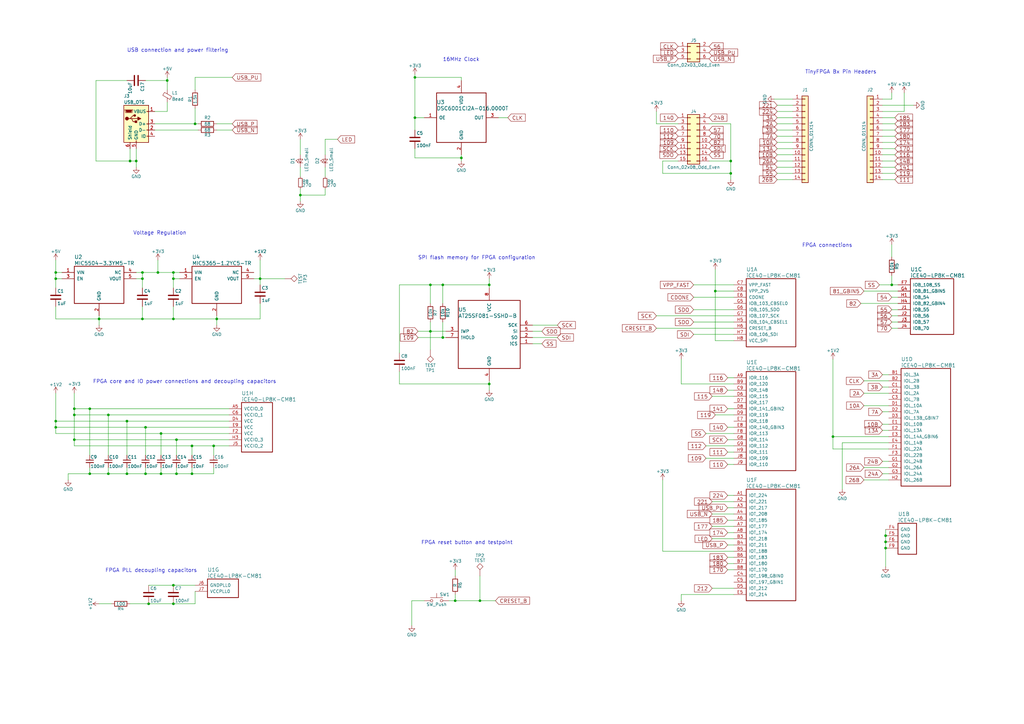
<source format=kicad_sch>
(kicad_sch (version 20230121) (generator eeschema)
  (paper "A3")
  (title_block (title "TinyFPGA Bx") (rev "v1.1") (company "TinyFPGA"))
  (junction (at 22.86 114.3))
  (junction (at 64.77 111.76))
  (junction (at 87.63 182.88))
  (junction (at 106.68 114.3))
  (junction (at 293.37 119.38))
  (junction (at 66.04 177.8))
  (junction (at 341.63 179.07))
  (junction (at 78.74 194.31))
  (junction (at 71.12 111.76))
  (junction (at 52.07 194.31))
  (junction (at 60.96 247.65))
  (junction (at 363.22 222.25))
  (junction (at 30.48 170.18))
  (junction (at 53.34 66.04))
  (junction (at 299.72 71.12))
  (junction (at 365.76 116.84))
  (junction (at 44.45 194.31))
  (junction (at 71.12 114.3))
  (junction (at 170.18 48.26))
  (junction (at 170.18 31.75))
  (junction (at 78.74 182.88))
  (junction (at 72.39 194.31))
  (junction (at 58.42 130.81))
  (junction (at 196.85 246.38))
  (junction (at 88.9 130.81))
  (junction (at 58.42 111.76))
  (junction (at 44.45 170.18))
  (junction (at 36.83 167.64))
  (junction (at 189.23 64.77))
  (junction (at 59.69 175.26))
  (junction (at 55.88 66.04))
  (junction (at 363.22 219.71))
  (junction (at 22.86 175.26))
  (junction (at 66.04 194.31))
  (junction (at 186.69 246.38))
  (junction (at 71.12 240.03))
  (junction (at 72.39 180.34))
  (junction (at 181.61 138.43))
  (junction (at 52.07 172.72))
  (junction (at 176.53 116.84))
  (junction (at 200.66 157.48))
  (junction (at 200.66 116.84))
  (junction (at 181.61 116.84))
  (junction (at 36.83 194.31))
  (junction (at 71.12 130.81))
  (junction (at 80.01 50.8))
  (junction (at 22.86 172.72))
  (junction (at 22.86 111.76))
  (junction (at 71.12 247.65))
  (junction (at 40.64 130.81))
  (junction (at 176.53 135.89))
  (junction (at 299.72 66.04))
  (junction (at 68.58 33.02))
  (junction (at 30.48 167.64))
  (junction (at 58.42 114.3))
  (junction (at 123.19 80.01))
  (junction (at 30.48 180.34))
  (junction (at 363.22 224.79))
  (junction (at 59.69 194.31))
  (wire (pts (xy 22.86 106.68) (xy 22.86 111.76)))
  (wire (pts (xy 354.33 156.21) (xy 364.49 156.21)))
  (wire (pts (xy 363.22 217.17) (xy 363.22 219.71)))
  (wire (pts (xy 58.42 130.81) (xy 71.12 130.81)))
  (wire (pts (xy 292.1 220.98) (xy 300.99 220.98)))
  (wire (pts (xy 55.88 111.76) (xy 58.42 111.76)))
  (wire (pts (xy 300.99 226.06) (xy 271.78 226.06)))
  (wire (pts (xy 22.86 114.3) (xy 25.4 114.3)))
  (wire (pts (xy 78.74 182.88) (xy 87.63 182.88)))
  (wire (pts (xy 298.45 233.68) (xy 300.99 233.68)))
  (wire (pts (xy 189.23 31.75) (xy 189.23 33.02)))
  (wire (pts (xy 170.18 30.48) (xy 170.18 31.75)))
  (wire (pts (xy 360.68 116.84) (xy 365.76 116.84)))
  (wire (pts (xy 284.48 137.16) (xy 300.99 137.16)))
  (wire (pts (xy 279.4 157.48) (xy 279.4 147.32)))
  (wire (pts (xy 80.01 44.45) (xy 80.01 50.8)))
  (wire (pts (xy 181.61 138.43) (xy 181.61 132.08)))
  (wire (pts (xy 173.99 48.26) (xy 170.18 48.26)))
  (wire (pts (xy 45.72 247.65) (xy 40.64 247.65)))
  (wire (pts (xy 133.35 57.15) (xy 138.43 57.15)))
  (wire (pts (xy 317.5 40.64) (xy 325.12 40.64)))
  (wire (pts (xy 298.45 190.5) (xy 300.99 190.5)))
  (wire (pts (xy 123.19 80.01) (xy 133.35 80.01)))
  (wire (pts (xy 176.53 116.84) (xy 163.83 116.84)))
  (wire (pts (xy 299.72 66.04) (xy 299.72 71.12)))
  (wire (pts (xy 133.35 63.5) (xy 133.35 57.15)))
  (wire (pts (xy 60.96 240.03) (xy 71.12 240.03)))
  (wire (pts (xy 269.24 50.8) (xy 269.24 45.72)))
  (wire (pts (xy 271.78 71.12) (xy 299.72 71.12)))
  (wire (pts (xy 170.18 31.75) (xy 170.18 48.26)))
  (wire (pts (xy 52.07 172.72) (xy 93.98 172.72)))
  (wire (pts (xy 318.77 73.66) (xy 325.12 73.66)))
  (wire (pts (xy 181.61 124.46) (xy 181.61 116.84)))
  (wire (pts (xy 186.69 233.68) (xy 186.69 236.22)))
  (wire (pts (xy 52.07 194.31) (xy 59.69 194.31)))
  (wire (pts (xy 325.12 71.12) (xy 318.77 71.12)))
  (wire (pts (xy 184.15 246.38) (xy 186.69 246.38)))
  (wire (pts (xy 300.99 218.44) (xy 298.45 218.44)))
  (wire (pts (xy 354.33 191.77) (xy 364.49 191.77)))
  (wire (pts (xy 36.83 167.64) (xy 93.98 167.64)))
  (wire (pts (xy 52.07 186.69) (xy 52.07 172.72)))
  (wire (pts (xy 365.76 100.33) (xy 365.76 105.41)))
  (wire (pts (xy 325.12 50.8) (xy 318.77 50.8)))
  (wire (pts (xy 365.76 113.03) (xy 365.76 116.84)))
  (wire (pts (xy 40.64 133.35) (xy 40.64 130.81)))
  (wire (pts (xy 53.34 247.65) (xy 60.96 247.65)))
  (wire (pts (xy 44.45 170.18) (xy 93.98 170.18)))
  (wire (pts (xy 361.95 43.18) (xy 374.65 43.18)))
  (wire (pts (xy 123.19 72.39) (xy 123.19 68.58)))
  (wire (pts (xy 133.35 72.39) (xy 133.35 68.58)))
  (wire (pts (xy 63.5 45.72) (xy 68.58 45.72)))
  (wire (pts (xy 299.72 50.8) (xy 299.72 66.04)))
  (wire (pts (xy 55.88 114.3) (xy 58.42 114.3)))
  (wire (pts (xy 44.45 194.31) (xy 44.45 191.77)))
  (wire (pts (xy 104.14 114.3) (xy 106.68 114.3)))
  (wire (pts (xy 204.47 48.26) (xy 208.28 48.26)))
  (wire (pts (xy 354.33 166.37) (xy 364.49 166.37)))
  (wire (pts (xy 55.88 60.96) (xy 55.88 66.04)))
  (wire (pts (xy 189.23 64.77) (xy 170.18 64.77)))
  (wire (pts (xy 271.78 66.04) (xy 271.78 71.12)))
  (wire (pts (xy 367.03 71.12) (xy 361.95 71.12)))
  (wire (pts (xy 363.22 219.71) (xy 363.22 222.25)))
  (wire (pts (xy 22.86 111.76) (xy 22.86 114.3)))
  (wire (pts (xy 364.49 181.61) (xy 345.44 181.61)))
  (wire (pts (xy 325.12 66.04) (xy 318.77 66.04)))
  (wire (pts (xy 71.12 130.81) (xy 71.12 125.73)))
  (wire (pts (xy 354.33 161.29) (xy 364.49 161.29)))
  (wire (pts (xy 88.9 129.54) (xy 88.9 130.81)))
  (wire (pts (xy 365.76 116.84) (xy 368.3 116.84)))
  (wire (pts (xy 80.01 36.83) (xy 80.01 31.75)))
  (wire (pts (xy 66.04 186.69) (xy 66.04 177.8)))
  (wire (pts (xy 365.76 40.64) (xy 365.76 38.1)))
  (wire (pts (xy 222.25 135.89) (xy 218.44 135.89)))
  (wire (pts (xy 200.66 116.84) (xy 200.66 114.3)))
  (wire (pts (xy 22.86 177.8) (xy 66.04 177.8)))
  (wire (pts (xy 30.48 170.18) (xy 44.45 170.18)))
  (wire (pts (xy 72.39 194.31) (xy 72.39 191.77)))
  (wire (pts (xy 71.12 247.65) (xy 80.01 247.65)))
  (wire (pts (xy 289.56 177.8) (xy 300.99 177.8)))
  (wire (pts (xy 367.03 66.04) (xy 361.95 66.04)))
  (wire (pts (xy 300.99 213.36) (xy 298.45 213.36)))
  (wire (pts (xy 189.23 31.75) (xy 170.18 31.75)))
  (wire (pts (xy 78.74 186.69) (xy 78.74 182.88)))
  (wire (pts (xy 300.99 243.84) (xy 279.4 243.84)))
  (wire (pts (xy 186.69 246.38) (xy 196.85 246.38)))
  (wire (pts (xy 365.76 121.92) (xy 368.3 121.92)))
  (wire (pts (xy 299.72 71.12) (xy 299.72 73.66)))
  (wire (pts (xy 365.76 127) (xy 368.3 127)))
  (wire (pts (xy 44.45 186.69) (xy 44.45 170.18)))
  (wire (pts (xy 300.99 180.34) (xy 298.45 180.34)))
  (wire (pts (xy 106.68 114.3) (xy 116.84 114.3)))
  (wire (pts (xy 278.13 50.8) (xy 269.24 50.8)))
  (wire (pts (xy 27.94 196.85) (xy 27.94 194.31)))
  (wire (pts (xy 72.39 186.69) (xy 72.39 180.34)))
  (wire (pts (xy 284.48 127) (xy 300.99 127)))
  (wire (pts (xy 22.86 172.72) (xy 22.86 175.26)))
  (wire (pts (xy 364.49 196.85) (xy 354.33 196.85)))
  (wire (pts (xy 59.69 194.31) (xy 59.69 191.77)))
  (wire (pts (xy 22.86 111.76) (xy 25.4 111.76)))
  (wire (pts (xy 88.9 53.34) (xy 95.25 53.34)))
  (wire (pts (xy 271.78 226.06) (xy 271.78 196.85)))
  (wire (pts (xy 181.61 116.84) (xy 176.53 116.84)))
  (wire (pts (xy 298.45 223.52) (xy 300.99 223.52)))
  (wire (pts (xy 293.37 119.38) (xy 300.99 119.38)))
  (wire (pts (xy 300.99 203.2) (xy 298.45 203.2)))
  (wire (pts (xy 300.99 129.54) (xy 269.24 129.54)))
  (wire (pts (xy 123.19 80.01) (xy 123.19 77.47)))
  (wire (pts (xy 30.48 167.64) (xy 36.83 167.64)))
  (wire (pts (xy 30.48 167.64) (xy 30.48 170.18)))
  (wire (pts (xy 30.48 161.29) (xy 30.48 167.64)))
  (wire (pts (xy 87.63 194.31) (xy 87.63 191.77)))
  (wire (pts (xy 284.48 132.08) (xy 300.99 132.08)))
  (wire (pts (xy 63.5 50.8) (xy 80.01 50.8)))
  (wire (pts (xy 68.58 36.83) (xy 68.58 33.02)))
  (wire (pts (xy 200.66 116.84) (xy 181.61 116.84)))
  (wire (pts (xy 22.86 175.26) (xy 59.69 175.26)))
  (wire (pts (xy 168.91 246.38) (xy 173.99 246.38)))
  (wire (pts (xy 361.95 53.34) (xy 367.03 53.34)))
  (wire (pts (xy 289.56 187.96) (xy 300.99 187.96)))
  (wire (pts (xy 171.45 135.89) (xy 176.53 135.89)))
  (wire (pts (xy 364.49 153.67) (xy 361.95 153.67)))
  (wire (pts (xy 367.03 60.96) (xy 361.95 60.96)))
  (wire (pts (xy 81.28 53.34) (xy 63.5 53.34)))
  (wire (pts (xy 40.64 130.81) (xy 40.64 129.54)))
  (wire (pts (xy 78.74 194.31) (xy 87.63 194.31)))
  (wire (pts (xy 364.49 194.31) (xy 361.95 194.31)))
  (wire (pts (xy 300.99 160.02) (xy 298.45 160.02)))
  (wire (pts (xy 168.91 256.54) (xy 168.91 246.38)))
  (wire (pts (xy 52.07 33.02) (xy 39.37 33.02)))
  (wire (pts (xy 300.99 208.28) (xy 298.45 208.28)))
  (wire (pts (xy 106.68 106.68) (xy 106.68 114.3)))
  (wire (pts (xy 88.9 130.81) (xy 88.9 133.35)))
  (wire (pts (xy 66.04 194.31) (xy 66.04 191.77)))
  (wire (pts (xy 22.86 161.29) (xy 22.86 172.72)))
  (wire (pts (xy 300.99 121.92) (xy 284.48 121.92)))
  (wire (pts (xy 71.12 111.76) (xy 71.12 114.3)))
  (wire (pts (xy 318.77 63.5) (xy 325.12 63.5)))
  (wire (pts (xy 71.12 114.3) (xy 71.12 118.11)))
  (wire (pts (xy 298.45 167.64) (xy 300.99 167.64)))
  (wire (pts (xy 27.94 194.31) (xy 36.83 194.31)))
  (wire (pts (xy 367.03 50.8) (xy 361.95 50.8)))
  (wire (pts (xy 341.63 184.15) (xy 341.63 179.07)))
  (wire (pts (xy 318.77 68.58) (xy 325.12 68.58)))
  (wire (pts (xy 66.04 177.8) (xy 93.98 177.8)))
  (wire (pts (xy 80.01 31.75) (xy 95.25 31.75)))
  (wire (pts (xy 59.69 33.02) (xy 68.58 33.02)))
  (wire (pts (xy 22.86 175.26) (xy 22.86 177.8)))
  (wire (pts (xy 53.34 60.96) (xy 53.34 66.04)))
  (wire (pts (xy 300.99 157.48) (xy 279.4 157.48)))
  (wire (pts (xy 300.99 116.84) (xy 284.48 116.84)))
  (wire (pts (xy 68.58 45.72) (xy 68.58 41.91)))
  (wire (pts (xy 163.83 116.84) (xy 163.83 144.78)))
  (wire (pts (xy 64.77 111.76) (xy 64.77 106.68)))
  (wire (pts (xy 200.66 160.02) (xy 200.66 157.48)))
  (wire (pts (xy 222.25 140.97) (xy 218.44 140.97)))
  (wire (pts (xy 58.42 111.76) (xy 64.77 111.76)))
  (wire (pts (xy 59.69 186.69) (xy 59.69 175.26)))
  (wire (pts (xy 80.01 247.65) (xy 80.01 242.57)))
  (wire (pts (xy 200.66 157.48) (xy 200.66 156.21)))
  (wire (pts (xy 278.13 66.04) (xy 271.78 66.04)))
  (wire (pts (xy 39.37 33.02) (xy 39.37 66.04)))
  (wire (pts (xy 279.4 243.84) (xy 279.4 246.38)))
  (wire (pts (xy 325.12 60.96) (xy 318.77 60.96)))
  (wire (pts (xy 106.68 114.3) (xy 106.68 116.84)))
  (wire (pts (xy 325.12 45.72) (xy 318.77 45.72)))
  (wire (pts (xy 71.12 114.3) (xy 73.66 114.3)))
  (wire (pts (xy 290.83 66.04) (xy 299.72 66.04)))
  (wire (pts (xy 318.77 48.26) (xy 325.12 48.26)))
  (wire (pts (xy 72.39 180.34) (xy 93.98 180.34)))
  (wire (pts (xy 30.48 170.18) (xy 30.48 180.34)))
  (wire (pts (xy 292.1 205.74) (xy 300.99 205.74)))
  (wire (pts (xy 318.77 43.18) (xy 325.12 43.18)))
  (wire (pts (xy 176.53 135.89) (xy 176.53 143.51)))
  (wire (pts (xy 368.3 129.54) (xy 365.76 129.54)))
  (wire (pts (xy 106.68 130.81) (xy 106.68 124.46)))
  (wire (pts (xy 196.85 246.38) (xy 203.2 246.38)))
  (wire (pts (xy 300.99 134.62) (xy 269.24 134.62)))
  (wire (pts (xy 30.48 182.88) (xy 78.74 182.88)))
  (wire (pts (xy 22.86 130.81) (xy 40.64 130.81)))
  (wire (pts (xy 345.44 181.61) (xy 345.44 200.66)))
  (wire (pts (xy 363.22 222.25) (xy 363.22 224.79)))
  (wire (pts (xy 341.63 179.07) (xy 341.63 147.32)))
  (wire (pts (xy 341.63 179.07) (xy 364.49 179.07)))
  (wire (pts (xy 71.12 240.03) (xy 80.01 240.03)))
  (wire (pts (xy 298.45 175.26) (xy 300.99 175.26)))
  (wire (pts (xy 78.74 194.31) (xy 78.74 191.77)))
  (wire (pts (xy 44.45 194.31) (xy 52.07 194.31)))
  (wire (pts (xy 292.1 241.3) (xy 300.99 241.3)))
  (wire (pts (xy 80.01 50.8) (xy 81.28 50.8)))
  (wire (pts (xy 87.63 186.69) (xy 87.63 182.88)))
  (wire (pts (xy 36.83 194.31) (xy 36.83 191.77)))
  (wire (pts (xy 53.34 66.04) (xy 55.88 66.04)))
  (wire (pts (xy 58.42 114.3) (xy 58.42 118.11)))
  (wire (pts (xy 361.95 73.66) (xy 367.03 73.66)))
  (wire (pts (xy 72.39 194.31) (xy 78.74 194.31)))
  (wire (pts (xy 58.42 111.76) (xy 58.42 114.3)))
  (wire (pts (xy 298.45 185.42) (xy 300.99 185.42)))
  (wire (pts (xy 318.77 58.42) (xy 325.12 58.42)))
  (wire (pts (xy 176.53 135.89) (xy 182.88 135.89)))
  (wire (pts (xy 189.23 64.77) (xy 189.23 66.04)))
  (wire (pts (xy 163.83 152.4) (xy 163.83 157.48)))
  (wire (pts (xy 293.37 110.49) (xy 293.37 119.38)))
  (wire (pts (xy 361.95 63.5) (xy 367.03 63.5)))
  (wire (pts (xy 189.23 63.5) (xy 189.23 64.77)))
  (wire (pts (xy 176.53 124.46) (xy 176.53 116.84)))
  (wire (pts (xy 292.1 215.9) (xy 300.99 215.9)))
  (wire (pts (xy 123.19 82.55) (xy 123.19 80.01)))
  (wire (pts (xy 341.63 184.15) (xy 364.49 184.15)))
  (wire (pts (xy 364.49 173.99) (xy 361.95 173.99)))
  (wire (pts (xy 66.04 194.31) (xy 72.39 194.31)))
  (wire (pts (xy 196.85 236.22) (xy 196.85 246.38)))
  (wire (pts (xy 71.12 111.76) (xy 73.66 111.76)))
  (wire (pts (xy 170.18 64.77) (xy 170.18 60.96)))
  (wire (pts (xy 58.42 130.81) (xy 58.42 125.73)))
  (wire (pts (xy 95.25 50.8) (xy 88.9 50.8)))
  (wire (pts (xy 361.95 45.72) (xy 370.84 45.72)))
  (wire (pts (xy 59.69 175.26) (xy 93.98 175.26)))
  (wire (pts (xy 218.44 133.35) (xy 228.6 133.35)))
  (wire (pts (xy 39.37 66.04) (xy 53.34 66.04)))
  (wire (pts (xy 22.86 125.73) (xy 22.86 130.81)))
  (wire (pts (xy 364.49 189.23) (xy 361.95 189.23)))
  (wire (pts (xy 30.48 180.34) (xy 72.39 180.34)))
  (wire (pts (xy 293.37 119.38) (xy 293.37 139.7)))
  (wire (pts (xy 365.76 134.62) (xy 368.3 134.62)))
  (wire (pts (xy 368.3 119.38) (xy 354.33 119.38)))
  (wire (pts (xy 365.76 132.08) (xy 368.3 132.08)))
  (wire (pts (xy 293.37 139.7) (xy 300.99 139.7)))
  (wire (pts (xy 64.77 111.76) (xy 71.12 111.76)))
  (wire (pts (xy 186.69 243.84) (xy 186.69 246.38)))
  (wire (pts (xy 298.45 231.14) (xy 300.99 231.14)))
  (wire (pts (xy 22.86 114.3) (xy 22.86 118.11)))
  (wire (pts (xy 133.35 80.01) (xy 133.35 77.47)))
  (wire (pts (xy 71.12 130.81) (xy 88.9 130.81)))
  (wire (pts (xy 52.07 194.31) (xy 52.07 191.77)))
  (wire (pts (xy 325.12 55.88) (xy 318.77 55.88)))
  (wire (pts (xy 36.83 186.69) (xy 36.83 167.64)))
  (wire (pts (xy 353.06 124.46) (xy 368.3 124.46)))
  (wire (pts (xy 22.86 172.72) (xy 52.07 172.72)))
  (wire (pts (xy 182.88 138.43) (xy 181.61 138.43)))
  (wire (pts (xy 361.95 68.58) (xy 367.03 68.58)))
  (wire (pts (xy 370.84 45.72) (xy 370.84 38.1)))
  (wire (pts (xy 300.99 154.94) (xy 298.45 154.94)))
  (wire (pts (xy 361.95 168.91) (xy 364.49 168.91)))
  (wire (pts (xy 318.77 53.34) (xy 325.12 53.34)))
  (wire (pts (xy 59.69 194.31) (xy 66.04 194.31)))
  (wire (pts (xy 298.45 228.6) (xy 300.99 228.6)))
  (wire (pts (xy 292.1 210.82) (xy 300.99 210.82)))
  (wire (pts (xy 87.63 182.88) (xy 93.98 182.88)))
  (wire (pts (xy 367.03 55.88) (xy 361.95 55.88)))
  (wire (pts (xy 181.61 138.43) (xy 171.45 138.43)))
  (wire (pts (xy 292.1 162.56) (xy 300.99 162.56)))
  (wire (pts (xy 123.19 63.5) (xy 123.19 57.15)))
  (wire (pts (xy 55.88 66.04) (xy 55.88 68.58)))
  (wire (pts (xy 60.96 247.65) (xy 71.12 247.65)))
  (wire (pts (xy 361.95 176.53) (xy 364.49 176.53)))
  (wire (pts (xy 40.64 130.81) (xy 58.42 130.81)))
  (wire (pts (xy 289.56 182.88) (xy 300.99 182.88)))
  (wire (pts (xy 176.53 132.08) (xy 176.53 135.89)))
  (wire (pts (xy 68.58 33.02) (xy 68.58 31.75)))
  (wire (pts (xy 364.49 158.75) (xy 361.95 158.75)))
  (wire (pts (xy 361.95 40.64) (xy 365.76 40.64)))
  (wire (pts (xy 170.18 48.26) (xy 170.18 53.34)))
  (wire (pts (xy 293.37 170.18) (xy 300.99 170.18)))
  (wire (pts (xy 290.83 50.8) (xy 299.72 50.8)))
  (wire (pts (xy 367.03 48.26) (xy 361.95 48.26)))
  (wire (pts (xy 200.66 118.11) (xy 200.66 116.84)))
  (wire (pts (xy 363.22 224.79) (xy 363.22 232.41)))
  (wire (pts (xy 88.9 130.81) (xy 106.68 130.81)))
  (wire (pts (xy 361.95 58.42) (xy 367.03 58.42)))
  (wire (pts (xy 163.83 157.48) (xy 200.66 157.48)))
  (wire (pts (xy 30.48 180.34) (xy 30.48 182.88)))
  (wire (pts (xy 218.44 138.43) (xy 228.6 138.43)))
  (wire (pts (xy 36.83 194.31) (xy 44.45 194.31)))
  (text "Voltage Regulation" (at 54.61 96.52 0) (effects (font (size 1.524 1.524)) (justify left bottom)))
  (text "FPGA PLL decoupling capacitors" (at 43.18 234.95 0) (effects (font (size 1.524 1.524)) (justify left bottom)))
  (text "FPGA connections" (at 328.93 101.6 0) (effects (font (size 1.524 1.524)) (justify left bottom)))
  (text "16MHz Clock" (at 181.61 25.4 0) (effects (font (size 1.524 1.524)) (justify left bottom)))
  (text "USB connection and power filtering" (at 52.07 21.59 0) (effects (font (size 1.524 1.524)) (justify left bottom)))
  (text "TinyFPGA Bx Pin Headers" (at 330.2 30.48 0) (effects (font (size 1.524 1.524)) (justify left bottom)))
  (text "FPGA reset button and testpoint" (at 172.72 223.52 0) (effects (font (size 1.524 1.524)) (justify left bottom)))
  (text "SPI flash memory for FPGA configuration" (at 171.45 106.68 0) (effects (font (size 1.524 1.524)) (justify left bottom)))
  (text "FPGA core and IO power connections and decoupling capacitors" (at 38.1 157.48 0) (effects (font (size 1.524 1.524)) (justify left bottom)))
  (global_label "3A" (shape input) (at 361.95 153.67 180) (effects (font (size 1.524 1.524))) (property "Intersheetrefs" "${INTERSHEET_REFS}" (effects hide)))
  (global_label "180" (shape input) (at 298.45 231.14 180) (effects (font (size 1.524 1.524))) (property "Intersheetrefs" "${INTERSHEET_REFS}" (effects hide)))
  (global_label "119" (shape input) (at 293.37 170.18 180) (effects (font (size 1.524 1.524))) (property "Intersheetrefs" "${INTERSHEET_REFS}" (effects hide)))
  (global_label "180" (shape input) (at 367.03 55.88 0) (effects (font (size 1.524 1.524))) (property "Intersheetrefs" "${INTERSHEET_REFS}" (effects hide)))
  (global_label "183" (shape input) (at 298.45 228.6 180) (effects (font (size 1.524 1.524))) (property "Intersheetrefs" "${INTERSHEET_REFS}" (effects hide)))
  (global_label "177" (shape input) (at 292.1 215.9 180) (effects (font (size 1.524 1.524))) (property "Intersheetrefs" "${INTERSHEET_REFS}" (effects hide)))
  (global_label "185" (shape input) (at 367.03 48.26 0) (effects (font (size 1.524 1.524))) (property "Intersheetrefs" "${INTERSHEET_REFS}" (effects hide)))
  (global_label "USB_PU" (shape input) (at 290.83 21.59 0) (effects (font (size 1.524 1.524))) (property "Intersheetrefs" "${INTERSHEET_REFS}" (effects hide)))
  (global_label "141" (shape input) (at 298.45 167.64 180) (effects (font (size 1.524 1.524))) (property "Intersheetrefs" "${INTERSHEET_REFS}" (effects hide)))
  (global_label "57" (shape input) (at 365.76 132.08 180) (effects (font (size 1.524 1.524))) (property "Intersheetrefs" "${INTERSHEET_REFS}" (effects hide)))
  (global_label "SDI" (shape input) (at 290.83 60.96 0) (effects (font (size 1.524 1.524))) (property "Intersheetrefs" "${INTERSHEET_REFS}" (effects hide)))
  (global_label "3B" (shape input) (at 318.77 53.34 180) (effects (font (size 1.524 1.524))) (property "Intersheetrefs" "${INTERSHEET_REFS}" (effects hide)))
  (global_label "221" (shape input) (at 318.77 43.18 180) (effects (font (size 1.524 1.524))) (property "Intersheetrefs" "${INTERSHEET_REFS}" (effects hide)))
  (global_label "140" (shape input) (at 278.13 48.26 180) (effects (font (size 1.524 1.524))) (property "Intersheetrefs" "${INTERSHEET_REFS}" (effects hide)))
  (global_label "109" (shape input) (at 289.56 187.96 180) (effects (font (size 1.524 1.524))) (property "Intersheetrefs" "${INTERSHEET_REFS}" (effects hide)))
  (global_label "110" (shape input) (at 298.45 190.5 180) (effects (font (size 1.524 1.524))) (property "Intersheetrefs" "${INTERSHEET_REFS}" (effects hide)))
  (global_label "LED" (shape input) (at 278.13 21.59 180) (effects (font (size 1.524 1.524))) (property "Intersheetrefs" "${INTERSHEET_REFS}" (effects hide)))
  (global_label "24A" (shape input) (at 361.95 194.31 180) (effects (font (size 1.524 1.524))) (property "Intersheetrefs" "${INTERSHEET_REFS}" (effects hide)))
  (global_label "LED" (shape input) (at 292.1 220.98 180) (effects (font (size 1.524 1.524))) (property "Intersheetrefs" "${INTERSHEET_REFS}" (effects hide)))
  (global_label "24B" (shape input) (at 361.95 189.23 180) (effects (font (size 1.524 1.524))) (property "Intersheetrefs" "${INTERSHEET_REFS}" (effects hide)))
  (global_label "116" (shape input) (at 298.45 154.94 180) (effects (font (size 1.524 1.524))) (property "Intersheetrefs" "${INTERSHEET_REFS}" (effects hide)))
  (global_label "177" (shape input) (at 367.03 53.34 0) (effects (font (size 1.524 1.524))) (property "Intersheetrefs" "${INTERSHEET_REFS}" (effects hide)))
  (global_label "109" (shape input) (at 171.45 138.43 180) (effects (font (size 1.524 1.524))) (property "Intersheetrefs" "${INTERSHEET_REFS}" (effects hide)))
  (global_label "USB_N" (shape input) (at 95.25 53.34 0) (effects (font (size 1.524 1.524))) (property "Intersheetrefs" "${INTERSHEET_REFS}" (effects hide)))
  (global_label "55" (shape input) (at 365.76 127 180) (effects (font (size 1.524 1.524))) (property "Intersheetrefs" "${INTERSHEET_REFS}" (effects hide)))
  (global_label "111" (shape input) (at 367.03 73.66 0) (effects (font (size 1.524 1.524))) (property "Intersheetrefs" "${INTERSHEET_REFS}" (effects hide)))
  (global_label "70" (shape input) (at 365.76 134.62 180) (effects (font (size 1.524 1.524))) (property "Intersheetrefs" "${INTERSHEET_REFS}" (effects hide)))
  (global_label "174" (shape input) (at 367.03 58.42 0) (effects (font (size 1.524 1.524))) (property "Intersheetrefs" "${INTERSHEET_REFS}" (effects hide)))
  (global_label "CLK" (shape input) (at 354.33 156.21 180) (effects (font (size 1.524 1.524))) (property "Intersheetrefs" "${INTERSHEET_REFS}" (effects hide)))
  (global_label "55" (shape input) (at 318.77 71.12 180) (effects (font (size 1.524 1.524))) (property "Intersheetrefs" "${INTERSHEET_REFS}" (effects hide)))
  (global_label "224" (shape input) (at 318.77 45.72 180) (effects (font (size 1.524 1.524))) (property "Intersheetrefs" "${INTERSHEET_REFS}" (effects hide)))
  (global_label "USB_PU" (shape input) (at 95.25 31.75 0) (effects (font (size 1.524 1.524))) (property "Intersheetrefs" "${INTERSHEET_REFS}" (effects hide)))
  (global_label "170" (shape input) (at 298.45 233.68 180) (effects (font (size 1.524 1.524))) (property "Intersheetrefs" "${INTERSHEET_REFS}" (effects hide)))
  (global_label "56" (shape input) (at 290.83 19.05 0) (effects (font (size 1.524 1.524))) (property "Intersheetrefs" "${INTERSHEET_REFS}" (effects hide)))
  (global_label "110" (shape input) (at 278.13 53.34 180) (effects (font (size 1.524 1.524))) (property "Intersheetrefs" "${INTERSHEET_REFS}" (effects hide)))
  (global_label "170" (shape input) (at 367.03 60.96 0) (effects (font (size 1.524 1.524))) (property "Intersheetrefs" "${INTERSHEET_REFS}" (effects hide)))
  (global_label "10A" (shape input) (at 318.77 58.42 180) (effects (font (size 1.524 1.524))) (property "Intersheetrefs" "${INTERSHEET_REFS}" (effects hide)))
  (global_label "224" (shape input) (at 298.45 203.2 180) (effects (font (size 1.524 1.524))) (property "Intersheetrefs" "${INTERSHEET_REFS}" (effects hide)))
  (global_label "SDO" (shape input) (at 284.48 127 180) (effects (font (size 1.524 1.524))) (property "Intersheetrefs" "${INTERSHEET_REFS}" (effects hide)))
  (global_label "CLK" (shape input) (at 278.13 19.05 180) (effects (font (size 1.524 1.524))) (property "Intersheetrefs" "${INTERSHEET_REFS}" (effects hide)))
  (global_label "57" (shape input) (at 290.83 53.34 0) (effects (font (size 1.524 1.524))) (property "Intersheetrefs" "${INTERSHEET_REFS}" (effects hide)))
  (global_label "USB_N" (shape input) (at 292.1 210.82 180) (effects (font (size 1.524 1.524))) (property "Intersheetrefs" "${INTERSHEET_REFS}" (effects hide)))
  (global_label "148" (shape input) (at 367.03 66.04 0) (effects (font (size 1.524 1.524))) (property "Intersheetrefs" "${INTERSHEET_REFS}" (effects hide)))
  (global_label "174" (shape input) (at 298.45 218.44 180) (effects (font (size 1.524 1.524))) (property "Intersheetrefs" "${INTERSHEET_REFS}" (effects hide)))
  (global_label "26A" (shape input) (at 318.77 66.04 180) (effects (font (size 1.524 1.524))) (property "Intersheetrefs" "${INTERSHEET_REFS}" (effects hide)))
  (global_label "SDO" (shape input) (at 278.13 63.5 180) (effects (font (size 1.524 1.524))) (property "Intersheetrefs" "${INTERSHEET_REFS}" (effects hide)))
  (global_label "185" (shape input) (at 298.45 213.36 180) (effects (font (size 1.524 1.524))) (property "Intersheetrefs" "${INTERSHEET_REFS}" (effects hide)))
  (global_label "SCK" (shape input) (at 298.45 180.34 180) (effects (font (size 1.524 1.524))) (property "Intersheetrefs" "${INTERSHEET_REFS}" (effects hide)))
  (global_label "26A" (shape input) (at 354.33 191.77 180) (effects (font (size 1.524 1.524))) (property "Intersheetrefs" "${INTERSHEET_REFS}" (effects hide)))
  (global_label "3B" (shape input) (at 361.95 158.75 180) (effects (font (size 1.524 1.524))) (property "Intersheetrefs" "${INTERSHEET_REFS}" (effects hide)))
  (global_label "82" (shape input) (at 171.45 135.89 180) (effects (font (size 1.524 1.524))) (property "Intersheetrefs" "${INTERSHEET_REFS}" (effects hide)))
  (global_label "112" (shape input) (at 278.13 55.88 180) (effects (font (size 1.524 1.524))) (property "Intersheetrefs" "${INTERSHEET_REFS}" (effects hide)))
  (global_label "LED" (shape input) (at 138.43 57.15 0) (effects (font (size 1.524 1.524))) (property "Intersheetrefs" "${INTERSHEET_REFS}" (effects hide)))
  (global_label "2A" (shape input) (at 354.33 161.29 180) (effects (font (size 1.524 1.524))) (property "Intersheetrefs" "${INTERSHEET_REFS}" (effects hide)))
  (global_label "VPP_FAST" (shape input) (at 284.48 116.84 180) (effects (font (size 1.524 1.524))) (property "Intersheetrefs" "${INTERSHEET_REFS}" (effects hide)))
  (global_label "USB_N" (shape input) (at 290.83 24.13 0) (effects (font (size 1.524 1.524))) (property "Intersheetrefs" "${INTERSHEET_REFS}" (effects hide)))
  (global_label "13A" (shape input) (at 361.95 176.53 180) (effects (font (size 1.524 1.524))) (property "Intersheetrefs" "${INTERSHEET_REFS}" (effects hide)))
  (global_label "USB_P" (shape input) (at 278.13 24.13 180) (effects (font (size 1.524 1.524))) (property "Intersheetrefs" "${INTERSHEET_REFS}" (effects hide)))
  (global_label "111" (shape input) (at 298.45 185.42 180) (effects (font (size 1.524 1.524))) (property "Intersheetrefs" "${INTERSHEET_REFS}" (effects hide)))
  (global_label "119" (shape input) (at 367.03 71.12 0) (effects (font (size 1.524 1.524))) (property "Intersheetrefs" "${INTERSHEET_REFS}" (effects hide)))
  (global_label "140" (shape input) (at 298.45 175.26 180) (effects (font (size 1.524 1.524))) (property "Intersheetrefs" "${INTERSHEET_REFS}" (effects hide)))
  (global_label "141" (shape input) (at 367.03 68.58 0) (effects (font (size 1.524 1.524))) (property "Intersheetrefs" "${INTERSHEET_REFS}" (effects hide)))
  (global_label "10B" (shape input) (at 318.77 63.5 180) (effects (font (size 1.524 1.524))) (property "Intersheetrefs" "${INTERSHEET_REFS}" (effects hide)))
  (global_label "70" (shape input) (at 290.83 55.88 0) (effects (font (size 1.524 1.524))) (property "Intersheetrefs" "${INTERSHEET_REFS}" (effects hide)))
  (global_label "116" (shape input) (at 367.03 63.5 0) (effects (font (size 1.524 1.524))) (property "Intersheetrefs" "${INTERSHEET_REFS}" (effects hide)))
  (global_label "CDONE" (shape input) (at 284.48 121.92 180) (effects (font (size 1.524 1.524))) (property "Intersheetrefs" "${INTERSHEET_REFS}" (effects hide)))
  (global_label "CRESET_B" (shape input) (at 203.2 246.38 0) (effects (font (size 1.524 1.524))) (property "Intersheetrefs" "${INTERSHEET_REFS}" (effects hide)))
  (global_label "2A" (shape input) (at 318.77 50.8 180) (effects (font (size 1.524 1.524))) (property "Intersheetrefs" "${INTERSHEET_REFS}" (effects hide)))
  (global_label "13A" (shape input) (at 318.77 60.96 180) (effects (font (size 1.524 1.524))) (property "Intersheetrefs" "${INTERSHEET_REFS}" (effects hide)))
  (global_label "26B" (shape input) (at 354.33 196.85 180) (effects (font (size 1.524 1.524))) (property "Intersheetrefs" "${INTERSHEET_REFS}" (effects hide)))
  (global_label "SS" (shape input) (at 360.68 116.84 180) (effects (font (size 1.524 1.524))) (property "Intersheetrefs" "${INTERSHEET_REFS}" (effects hide)))
  (global_label "SS" (shape input) (at 289.56 177.8 180) (effects (font (size 1.524 1.524))) (property "Intersheetrefs" "${INTERSHEET_REFS}" (effects hide)))
  (global_label "SDO" (shape input) (at 284.48 132.08 180) (effects (font (size 1.524 1.524))) (property "Intersheetrefs" "${INTERSHEET_REFS}" (effects hide)))
  (global_label "USB_PU" (shape input) (at 298.45 208.28 180) (effects (font (size 1.524 1.524))) (property "Intersheetrefs" "${INTERSHEET_REFS}" (effects hide)))
  (global_label "82" (shape input) (at 353.06 124.46 180) (effects (font (size 1.524 1.524))) (property "Intersheetrefs" "${INTERSHEET_REFS}" (effects hide)))
  (global_label "SCK" (shape input) (at 269.24 129.54 180) (effects (font (size 1.524 1.524))) (property "Intersheetrefs" "${INTERSHEET_REFS}" (effects hide)))
  (global_label "109" (shape input) (at 278.13 58.42 180) (effects (font (size 1.524 1.524))) (property "Intersheetrefs" "${INTERSHEET_REFS}" (effects hide)))
  (global_label "148" (shape input) (at 298.45 160.02 180) (effects (font (size 1.524 1.524))) (property "Intersheetrefs" "${INTERSHEET_REFS}" (effects hide)))
  (global_label "54" (shape input) (at 365.76 121.92 180) (effects (font (size 1.524 1.524))) (property "Intersheetrefs" "${INTERSHEET_REFS}" (effects hide)))
  (global_label "115" (shape input) (at 292.1 162.56 180) (effects (font (size 1.524 1.524))) (property "Intersheetrefs" "${INTERSHEET_REFS}" (effects hide)))
  (global_label "183" (shape input) (at 367.03 50.8 0) (effects (font (size 1.524 1.524))) (property "Intersheetrefs" "${INTERSHEET_REFS}" (effects hide)))
  (global_label "3A" (shape input) (at 318.77 48.26 180) (effects (font (size 1.524 1.524))) (property "Intersheetrefs" "${INTERSHEET_REFS}" (effects hide)))
  (global_label "112" (shape input) (at 289.56 182.88 180) (effects (font (size 1.524 1.524))) (property "Intersheetrefs" "${INTERSHEET_REFS}" (effects hide)))
  (global_label "SDI" (shape input) (at 228.6 138.43 0) (effects (font (size 1.524 1.524))) (property "Intersheetrefs" "${INTERSHEET_REFS}" (effects hide)))
  (global_label "SS" (shape input) (at 290.83 63.5 0) (effects (font (size 1.524 1.524))) (property "Intersheetrefs" "${INTERSHEET_REFS}" (effects hide)))
  (global_label "81_GBIN5" (shape input) (at 354.33 119.38 180) (effects (font (size 1.524 1.524))) (property "Intersheetrefs" "${INTERSHEET_REFS}" (effects hide)))
  (global_label "USB_P" (shape input) (at 95.25 50.8 0) (effects (font (size 1.524 1.524))) (property "Intersheetrefs" "${INTERSHEET_REFS}" (effects hide)))
  (global_label "SDO" (shape input) (at 222.25 135.89 0) (effects (font (size 1.524 1.524))) (property "Intersheetrefs" "${INTERSHEET_REFS}" (effects hide)))
  (global_label "56" (shape input) (at 365.76 129.54 180) (effects (font (size 1.524 1.524))) (property "Intersheetrefs" "${INTERSHEET_REFS}" (effects hide)))
  (global_label "82" (shape input) (at 290.83 58.42 0) (effects (font (size 1.524 1.524))) (property "Intersheetrefs" "${INTERSHEET_REFS}" (effects hide)))
  (global_label "SS" (shape input) (at 222.25 140.97 0) (effects (font (size 1.524 1.524))) (property "Intersheetrefs" "${INTERSHEET_REFS}" (effects hide)))
  (global_label "SDI" (shape input) (at 284.48 137.16 180) (effects (font (size 1.524 1.524))) (property "Intersheetrefs" "${INTERSHEET_REFS}" (effects hide)))
  (global_label "221" (shape input) (at 292.1 205.74 180) (effects (font (size 1.524 1.524))) (property "Intersheetrefs" "${INTERSHEET_REFS}" (effects hide)))
  (global_label "24B" (shape input) (at 290.83 48.26 0) (effects (font (size 1.524 1.524))) (property "Intersheetrefs" "${INTERSHEET_REFS}" (effects hide)))
  (global_label "SCK" (shape input) (at 278.13 60.96 180) (effects (font (size 1.524 1.524))) (property "Intersheetrefs" "${INTERSHEET_REFS}" (effects hide)))
  (global_label "CRESET_B" (shape input) (at 269.24 134.62 180) (effects (font (size 1.524 1.524))) (property "Intersheetrefs" "${INTERSHEET_REFS}" (effects hide)))
  (global_label "26B" (shape input) (at 318.77 73.66 180) (effects (font (size 1.524 1.524))) (property "Intersheetrefs" "${INTERSHEET_REFS}" (effects hide)))
  (global_label "10B" (shape input) (at 361.95 173.99 180) (effects (font (size 1.524 1.524))) (property "Intersheetrefs" "${INTERSHEET_REFS}" (effects hide)))
  (global_label "CLK" (shape input) (at 208.28 48.26 0) (effects (font (size 1.524 1.524))) (property "Intersheetrefs" "${INTERSHEET_REFS}" (effects hide)))
  (global_label "SCK" (shape input) (at 228.6 133.35 0) (effects (font (size 1.524 1.524))) (property "Intersheetrefs" "${INTERSHEET_REFS}" (effects hide)))
  (global_label "7A" (shape input) (at 361.95 168.91 180) (effects (font (size 1.524 1.524))) (property "Intersheetrefs" "${INTERSHEET_REFS}" (effects hide)))
  (global_label "10A" (shape input) (at 354.33 166.37 180) (effects (font (size 1.524 1.524))) (property "Intersheetrefs" "${INTERSHEET_REFS}" (effects hide)))
  (global_label "54" (shape input) (at 318.77 68.58 180) (effects (font (size 1.524 1.524))) (property "Intersheetrefs" "${INTERSHEET_REFS}" (effects hide)))
  (global_label "212" (shape input) (at 292.1 241.3 180) (effects (font (size 1.524 1.524))) (property "Intersheetrefs" "${INTERSHEET_REFS}" (effects hide)))
  (global_label "7A" (shape input) (at 318.77 55.88 180) (effects (font (size 1.524 1.524))) (property "Intersheetrefs" "${INTERSHEET_REFS}" (effects hide)))
  (global_label "USB_P" (shape input) (at 298.45 223.52 180) (effects (font (size 1.524 1.524))) (property "Intersheetrefs" "${INTERSHEET_REFS}" (effects hide)))
  (symbol (lib_id "TinyFPGA-BX-rescue:iCE40-LP8K-CM81") (at 300.99 116.84 0) (unit 1)
    (property "Reference" "U1" (at 306.07 110.49 0) (effects (font (size 1.524 1.524)) (justify left)))
    (property "Value" "iCE40-LP8K-CM81" (at 306.07 113.03 0) (effects (font (size 1.524 1.524)) (justify left)))
    (property "Footprint" "tinyfpga:CM81" (effects hide))
  )
  (symbol (lib_id "TinyFPGA-BX-rescue:iCE40-LP8K-CM81") (at 363.22 217.17 0) (unit 2)
    (property "Reference" "U1" (at 368.3 210.82 0) (effects (font (size 1.524 1.524)) (justify left)))
    (property "Value" "iCE40-LP8K-CM81" (at 368.3 213.36 0) (effects (font (size 1.524 1.524)) (justify left)))
    (property "Footprint" "tinyfpga:CM81" (effects hide))
  )
  (symbol (lib_id "TinyFPGA-BX-rescue:iCE40-LP8K-CM81") (at 368.3 116.84 0) (unit 3)
    (property "Reference" "U1" (at 373.38 110.49 0) (effects (font (size 1.524 1.524)) (justify left)))
    (property "Value" "iCE40-LP8K-CM81" (at 373.38 113.03 0) (effects (font (size 1.524 1.524)) (justify left)))
    (property "Footprint" "tinyfpga:CM81" (effects hide))
  )
  (symbol (lib_id "TinyFPGA-BX-rescue:iCE40-LP8K-CM81") (at 364.49 153.67 0) (unit 4)
    (property "Reference" "U1" (at 369.57 147.32 0) (effects (font (size 1.524 1.524)) (justify left)))
    (property "Value" "iCE40-LP8K-CM81" (at 369.57 149.86 0) (effects (font (size 1.524 1.524)) (justify left)))
    (property "Footprint" "tinyfpga:CM81" (effects hide))
  )
  (symbol (lib_id "TinyFPGA-BX-rescue:iCE40-LP8K-CM81") (at 300.99 154.94 0) (unit 5)
    (property "Reference" "U1" (at 306.07 148.59 0) (effects (font (size 1.524 1.524)) (justify left)))
    (property "Value" "iCE40-LP8K-CM81" (at 306.07 151.13 0) (effects (font (size 1.524 1.524)) (justify left)))
    (property "Footprint" "tinyfpga:CM81" (effects hide))
  )
  (symbol (lib_id "TinyFPGA-BX-rescue:iCE40-LP8K-CM81") (at 300.99 203.2 0) (unit 6)
    (property "Reference" "U1" (at 306.07 196.85 0) (effects (font (size 1.524 1.524)) (justify left)))
    (property "Value" "iCE40-LP8K-CM81" (at 306.07 199.39 0) (effects (font (size 1.524 1.524)) (justify left)))
    (property "Footprint" "tinyfpga:CM81" (effects hide))
  )
  (symbol (lib_id "TinyFPGA-BX-rescue:iCE40-LP8K-CM81") (at 80.01 240.03 0) (unit 7)
    (property "Reference" "U1" (at 85.09 233.68 0) (effects (font (size 1.524 1.524)) (justify left)))
    (property "Value" "iCE40-LP8K-CM81" (at 85.09 236.22 0) (effects (font (size 1.524 1.524)) (justify left)))
    (property "Footprint" "tinyfpga:CM81" (effects hide))
  )
  (symbol (lib_id "TinyFPGA-BX-rescue:iCE40-LP8K-CM81") (at 93.98 167.64 0) (unit 8)
    (property "Reference" "U1" (at 99.06 161.29 0) (effects (font (size 1.524 1.524)) (justify left)))
    (property "Value" "iCE40-LP8K-CM81" (at 99.06 163.83 0) (effects (font (size 1.524 1.524)) (justify left)))
    (property "Footprint" "tinyfpga:CM81" (effects hide))
  )
  (symbol (lib_id "TinyFPGA-BX-rescue:GND") (at 363.22 232.41 0) (unit 1)
    (property "Reference" "#PWR29" (effects hide))
    (property "Value" "GND" (at 363.22 236.22 0))
  )
  (symbol (lib_id "TinyFPGA-BX-rescue:+1V2") (at 22.86 161.29 0) (unit 1)
    (property "Reference" "#PWR2" (effects hide))
    (property "Value" "+1V2" (at 22.86 157.734 0))
  )
  (symbol (lib_id "TinyFPGA-BX-rescue:+3V3") (at 30.48 161.29 0) (unit 1)
    (property "Reference" "#PWR4" (effects hide))
    (property "Value" "+3V3" (at 30.48 157.48 0))
  )
  (symbol (lib_id "TinyFPGA-BX-rescue:+3V3") (at 293.37 110.49 0) (unit 1)
    (property "Reference" "#PWR24" (effects hide))
    (property "Value" "+3V3" (at 293.37 106.934 0))
  )
  (symbol (lib_id "TinyFPGA-BX-rescue:Conn_01x14") (at 330.2 55.88 0) (unit 1)
    (property "Reference" "J1" (at 330.2 36.83 0))
    (property "Value" "CONN_01X14" (at 332.74 55.88 90))
    (property "Footprint" "Pin_Headers:Pin_Header_Straight_1x14_Pitch2.54mm" (effects hide))
  )
  (symbol (lib_id "TinyFPGA-BX-rescue:Conn_01x14") (at 356.87 55.88 0) (mirror y) (unit 1)
    (property "Reference" "J2" (at 356.87 36.83 0))
    (property "Value" "CONN_01X14" (at 354.33 55.88 90))
    (property "Footprint" "Pin_Headers:Pin_Header_Straight_1x14_Pitch2.54mm" (effects hide))
  )
  (symbol (lib_id "TinyFPGA-BX-rescue:USB_OTG") (at 55.88 50.8 0) (unit 1)
    (property "Reference" "J3" (at 50.8 39.37 0) (effects (justify left)))
    (property "Value" "USB_OTG" (at 50.8 41.91 0) (effects (justify left)))
    (property "Footprint" "Connectors:USB_Micro-B" (effects hide))
  )
  (symbol (lib_id "TinyFPGA-BX-rescue:SW_Push") (at 179.07 246.38 0) (unit 1)
    (property "Reference" "SW1" (at 180.34 243.84 0) (effects (justify left)))
    (property "Value" "SW_Push" (at 179.07 247.904 0))
    (property "Footprint" "tinyfpga:PTS_810_SMT_Switch" (effects hide))
  )
  (symbol (lib_id "TinyFPGA-BX-rescue:MIC5365-1.2YC5-TR") (at 73.66 111.76 0) (unit 1)
    (property "Reference" "U4" (at 78.74 105.41 0) (effects (font (size 1.524 1.524)) (justify left)))
    (property "Value" "MIC5365-1.2YC5-TR" (at 78.74 107.95 0) (effects (font (size 1.524 1.524)) (justify left)))
    (property "Footprint" "tinyfpga:SC-70-C5" (effects hide))
  )
  (symbol (lib_id "TinyFPGA-BX-rescue:MIC5504-3.3YM5-TR") (at 25.4 111.76 0) (unit 1)
    (property "Reference" "U2" (at 30.48 105.41 0) (effects (font (size 1.524 1.524)) (justify left)))
    (property "Value" "MIC5504-3.3YM5-TR" (at 30.48 107.95 0) (effects (font (size 1.524 1.524)) (justify left)))
    (property "Footprint" "tinyfpga:SC-70-C5" (effects hide))
  )
  (symbol (lib_id "TinyFPGA-BX-rescue:DSC6001CI2A-016.0000T") (at 173.99 48.26 0) (unit 1)
    (property "Reference" "U3" (at 179.07 41.91 0) (effects (font (size 1.524 1.524)) (justify left)))
    (property "Value" "DSC6001CI2A-016.0000T" (at 179.07 44.45 0) (effects (font (size 1.524 1.524)) (justify left)))
    (property "Footprint" "tinyfpga:CDFN3225-4LD-PL-1" (effects hide))
  )
  (symbol (lib_id "TinyFPGA-BX-rescue:AT25SF041-SSHD-B") (at 182.88 133.35 0) (unit 1)
    (property "Reference" "U5" (at 187.96 127 0) (effects (font (size 1.524 1.524)) (justify left)))
    (property "Value" "AT25SF081-SSHD-B" (at 187.96 129.54 0) (effects (font (size 1.524 1.524)) (justify left)))
    (property "Footprint" "Housings_SOIC:SOIC-8-1EP_3.9x4.9mm_Pitch1.27mm" (effects hide))
  )
  (symbol (lib_id "TinyFPGA-BX-rescue:+1V2") (at 106.68 106.68 0) (unit 1)
    (property "Reference" "#PWR11" (effects hide))
    (property "Value" "+1V2" (at 106.68 103.124 0))
  )
  (symbol (lib_id "TinyFPGA-BX-rescue:GND") (at 88.9 133.35 0) (unit 1)
    (property "Reference" "#PWR10" (effects hide))
    (property "Value" "GND" (at 88.9 137.16 0))
  )
  (symbol (lib_id "TinyFPGA-BX-rescue:C") (at 71.12 121.92 0) (unit 1)
    (property "Reference" "C2" (at 71.755 119.38 0) (effects (justify left)))
    (property "Value" "1uF" (at 71.755 124.46 0) (effects (justify left)))
    (property "Footprint" "Capacitors_SMD:C_0402_NoSilk" (effects hide))
  )
  (symbol (lib_id "TinyFPGA-BX-rescue:C") (at 106.68 120.65 0) (unit 1)
    (property "Reference" "C3" (at 107.315 118.11 0) (effects (justify left)))
    (property "Value" "1uF" (at 107.315 123.19 0) (effects (justify left)))
    (property "Footprint" "Capacitors_SMD:C_0402_NoSilk" (effects hide))
  )
  (symbol (lib_id "TinyFPGA-BX-rescue:+5V") (at 22.86 106.68 0) (unit 1)
    (property "Reference" "#PWR1" (effects hide))
    (property "Value" "+5V" (at 22.86 103.124 0))
  )
  (symbol (lib_id "TinyFPGA-BX-rescue:GND") (at 40.64 133.35 0) (unit 1)
    (property "Reference" "#PWR5" (effects hide))
    (property "Value" "GND" (at 40.64 137.16 0))
  )
  (symbol (lib_id "TinyFPGA-BX-rescue:C") (at 22.86 121.92 0) (unit 1)
    (property "Reference" "C1" (at 23.495 119.38 0) (effects (justify left)))
    (property "Value" "1uF" (at 23.495 124.46 0) (effects (justify left)))
    (property "Footprint" "Capacitors_SMD:C_0402_NoSilk" (effects hide))
  )
  (symbol (lib_id "TinyFPGA-BX-rescue:C") (at 58.42 121.92 0) (unit 1)
    (property "Reference" "C4" (at 59.055 119.38 0) (effects (justify left)))
    (property "Value" "1uF" (at 59.055 124.46 0) (effects (justify left)))
    (property "Footprint" "Capacitors_SMD:C_0402_NoSilk" (effects hide))
  )
  (symbol (lib_id "TinyFPGA-BX-rescue:GND") (at 189.23 66.04 0) (unit 1)
    (property "Reference" "#PWR17" (effects hide))
    (property "Value" "GND" (at 189.23 69.85 0))
  )
  (symbol (lib_id "TinyFPGA-BX-rescue:+3V3") (at 170.18 30.48 0) (unit 1)
    (property "Reference" "#PWR15" (effects hide))
    (property "Value" "+3V3" (at 170.18 26.924 0))
  )
  (symbol (lib_id "TinyFPGA-BX-rescue:GND") (at 55.88 68.58 0) (unit 1)
    (property "Reference" "#PWR7" (effects hide))
    (property "Value" "GND" (at 55.88 72.39 0))
  )
  (symbol (lib_id "TinyFPGA-BX-rescue:Ferrite_Bead_Small") (at 68.58 39.37 0) (unit 1)
    (property "Reference" "L1" (at 70.485 38.1 0) (effects (justify left)))
    (property "Value" "Bead" (at 70.485 40.64 0) (effects (justify left)))
    (property "Footprint" "Inductors_SMD:L_0603" (effects hide))
  )
  (symbol (lib_id "TinyFPGA-BX-rescue:+5V") (at 68.58 31.75 0) (unit 1)
    (property "Reference" "#PWR9" (effects hide))
    (property "Value" "+5V" (at 68.58 28.194 0))
  )
  (symbol (lib_id "TinyFPGA-BX-rescue:+3V3") (at 200.66 114.3 0) (unit 1)
    (property "Reference" "#PWR18" (effects hide))
    (property "Value" "+3V3" (at 200.66 110.744 0))
  )
  (symbol (lib_id "TinyFPGA-BX-rescue:GND") (at 200.66 160.02 0) (unit 1)
    (property "Reference" "#PWR19" (effects hide))
    (property "Value" "GND" (at 200.66 163.83 0))
  )
  (symbol (lib_id "TinyFPGA-BX-rescue:R") (at 85.09 50.8 270) (unit 1)
    (property "Reference" "R2" (at 85.09 48.26 90))
    (property "Value" "68" (at 85.09 50.8 90))
    (property "Footprint" "Resistors_SMD:R_0402_NoSilk" (effects hide))
  )
  (symbol (lib_id "TinyFPGA-BX-rescue:R") (at 85.09 53.34 270) (unit 1)
    (property "Reference" "R3" (at 85.09 55.372 90))
    (property "Value" "68" (at 85.09 53.34 90))
    (property "Footprint" "Resistors_SMD:R_0402_NoSilk" (effects hide))
  )
  (symbol (lib_id "TinyFPGA-BX-rescue:R") (at 80.01 40.64 180) (unit 1)
    (property "Reference" "R1" (at 77.978 40.64 90))
    (property "Value" "1.5k" (at 80.01 40.64 90) (effects (font (size 1.1938 1.1938))))
    (property "Footprint" "Resistors_SMD:R_0402_NoSilk" (effects hide))
  )
  (symbol (lib_id "TinyFPGA-BX-rescue:C") (at 170.18 57.15 0) (unit 1)
    (property "Reference" "C5" (at 170.815 54.61 0) (effects (justify left)))
    (property "Value" "100nF" (at 170.815 59.69 0) (effects (justify left)))
    (property "Footprint" "Capacitors_SMD:C_0402_NoSilk" (effects hide))
  )
  (symbol (lib_id "TinyFPGA-BX-rescue:C") (at 163.83 148.59 0) (unit 1)
    (property "Reference" "C8" (at 164.465 146.05 0) (effects (justify left)))
    (property "Value" "100nF" (at 164.465 151.13 0) (effects (justify left)))
    (property "Footprint" "Capacitors_SMD:C_0402_NoSilk" (effects hide))
  )
  (symbol (lib_id "TinyFPGA-BX-rescue:C") (at 71.12 243.84 0) (unit 1)
    (property "Reference" "C7" (at 71.755 241.3 0) (effects (justify left)))
    (property "Value" "100nF" (at 71.755 246.38 0) (effects (justify left)))
    (property "Footprint" "Capacitors_SMD:C_0402_NoSilk" (effects hide))
  )
  (symbol (lib_id "TinyFPGA-BX-rescue:C") (at 60.96 243.84 0) (unit 1)
    (property "Reference" "C6" (at 61.595 241.3 0) (effects (justify left)))
    (property "Value" "10uF" (at 61.595 246.38 0) (effects (justify left)))
    (property "Footprint" "Capacitors_SMD:C_0603" (effects hide))
  )
  (symbol (lib_id "TinyFPGA-BX-rescue:R") (at 49.53 247.65 270) (unit 1)
    (property "Reference" "R4" (at 49.53 249.682 90))
    (property "Value" "100" (at 49.53 247.65 90))
    (property "Footprint" "Resistors_SMD:R_0402_NoSilk" (effects hide))
  )
  (symbol (lib_id "TinyFPGA-BX-rescue:+1V2") (at 40.64 247.65 90) (unit 1)
    (property "Reference" "#PWR6" (effects hide))
    (property "Value" "+1V2" (at 37.084 247.65 0))
  )
  (symbol (lib_id "TinyFPGA-BX-rescue:C_Small") (at 36.83 189.23 0) (unit 1)
    (property "Reference" "C9" (at 37.084 187.452 0) (effects (justify left)))
    (property "Value" "100nF" (at 37.084 191.262 0) (effects (justify left)))
    (property "Footprint" "Capacitors_SMD:C_0402_NoSilk" (effects hide))
  )
  (symbol (lib_id "TinyFPGA-BX-rescue:C_Small") (at 44.45 189.23 0) (unit 1)
    (property "Reference" "C10" (at 44.704 187.452 0) (effects (justify left)))
    (property "Value" "100nF" (at 44.704 191.262 0) (effects (justify left)))
    (property "Footprint" "Capacitors_SMD:C_0402_NoSilk" (effects hide))
  )
  (symbol (lib_id "TinyFPGA-BX-rescue:C_Small") (at 52.07 189.23 0) (unit 1)
    (property "Reference" "C11" (at 52.324 187.452 0) (effects (justify left)))
    (property "Value" "100nF" (at 52.324 191.262 0) (effects (justify left)))
    (property "Footprint" "Capacitors_SMD:C_0402_NoSilk" (effects hide))
  )
  (symbol (lib_id "TinyFPGA-BX-rescue:C_Small") (at 59.69 189.23 0) (unit 1)
    (property "Reference" "C12" (at 59.944 187.452 0) (effects (justify left)))
    (property "Value" "10nF" (at 59.944 191.262 0) (effects (justify left)))
    (property "Footprint" "Capacitors_SMD:C_0402_NoSilk" (effects hide))
  )
  (symbol (lib_id "TinyFPGA-BX-rescue:C_Small") (at 87.63 189.23 0) (unit 1)
    (property "Reference" "C16" (at 87.884 187.452 0) (effects (justify left)))
    (property "Value" "100nF" (at 87.884 191.262 0) (effects (justify left)))
    (property "Footprint" "Capacitors_SMD:C_0402_NoSilk" (effects hide))
  )
  (symbol (lib_id "TinyFPGA-BX-rescue:C_Small") (at 66.04 189.23 0) (unit 1)
    (property "Reference" "C13" (at 66.294 187.452 0) (effects (justify left)))
    (property "Value" "10nF" (at 66.294 191.262 0) (effects (justify left)))
    (property "Footprint" "Capacitors_SMD:C_0402_NoSilk" (effects hide))
  )
  (symbol (lib_id "TinyFPGA-BX-rescue:C_Small") (at 72.39 189.23 0) (unit 1)
    (property "Reference" "C14" (at 72.644 187.452 0) (effects (justify left)))
    (property "Value" "10nF" (at 72.644 191.262 0) (effects (justify left)))
    (property "Footprint" "Capacitors_SMD:C_0402_NoSilk" (effects hide))
  )
  (symbol (lib_id "TinyFPGA-BX-rescue:C_Small") (at 78.74 189.23 0) (unit 1)
    (property "Reference" "C15" (at 78.994 187.452 0) (effects (justify left)))
    (property "Value" "10nF" (at 78.994 191.262 0) (effects (justify left)))
    (property "Footprint" "Capacitors_SMD:C_0402_NoSilk" (effects hide))
  )
  (symbol (lib_id "TinyFPGA-BX-rescue:GND") (at 27.94 196.85 0) (unit 1)
    (property "Reference" "#PWR3" (effects hide))
    (property "Value" "GND" (at 27.94 200.66 0))
  )
  (symbol (lib_id "TinyFPGA-BX-rescue:R") (at 365.76 109.22 0) (unit 1)
    (property "Reference" "R5" (at 367.792 109.22 90))
    (property "Value" "10k" (at 365.76 109.22 90))
    (property "Footprint" "Resistors_SMD:R_0402_NoSilk" (effects hide))
  )
  (symbol (lib_id "TinyFPGA-BX-rescue:+3V3") (at 365.76 100.33 0) (unit 1)
    (property "Reference" "#PWR31" (effects hide))
    (property "Value" "+3V3" (at 365.76 96.774 0))
  )
  (symbol (lib_id "TinyFPGA-BX-rescue:+3.3V") (at 186.69 233.68 0) (unit 1)
    (property "Reference" "#PWR16" (effects hide))
    (property "Value" "+3.3V" (at 186.69 230.124 0))
  )
  (symbol (lib_id "TinyFPGA-BX-rescue:GND") (at 168.91 256.54 0) (unit 1)
    (property "Reference" "#PWR14" (effects hide))
    (property "Value" "GND" (at 168.91 260.35 0))
  )
  (symbol (lib_id "TinyFPGA-BX-rescue:R") (at 186.69 240.03 0) (unit 1)
    (property "Reference" "R6" (at 188.722 240.03 90))
    (property "Value" "R" (at 186.69 240.03 90))
    (property "Footprint" "Resistors_SMD:R_0402" (effects hide))
  )
  (symbol (lib_id "TinyFPGA-BX-rescue:GND") (at 317.5 40.64 270) (unit 1)
    (property "Reference" "#PWR26" (effects hide))
    (property "Value" "GND" (at 313.69 40.64 0))
  )
  (symbol (lib_id "TinyFPGA-BX-rescue:+5V") (at 365.76 38.1 0) (unit 1)
    (property "Reference" "#PWR30" (effects hide))
    (property "Value" "+5V" (at 365.76 34.544 0))
  )
  (symbol (lib_id "TinyFPGA-BX-rescue:+3.3V") (at 370.84 38.1 0) (unit 1)
    (property "Reference" "#PWR32" (effects hide))
    (property "Value" "+3.3V" (at 370.84 34.544 0))
  )
  (symbol (lib_id "TinyFPGA-BX-rescue:C") (at 55.88 33.02 270) (unit 1)
    (property "Reference" "C17" (at 58.42 33.655 0) (effects (justify left)))
    (property "Value" "10uF" (at 53.34 33.655 0) (effects (justify left)))
    (property "Footprint" "Capacitors_SMD:C_0603" (effects hide))
  )
  (symbol (lib_id "TinyFPGA-BX-rescue:R") (at 176.53 128.27 0) (unit 1)
    (property "Reference" "R7" (at 178.562 128.27 90))
    (property "Value" "10k" (at 176.53 128.27 90))
    (property "Footprint" "Resistors_SMD:R_0402_NoSilk" (effects hide))
  )
  (symbol (lib_id "TinyFPGA-BX-rescue:TEST") (at 176.53 143.51 180) (unit 1)
    (property "Reference" "TP1" (at 176.53 151.13 0) (effects (justify bottom)))
    (property "Value" "TEST" (at 176.53 149.86 0))
    (property "Footprint" "Measurement_Points:Measurement_Point_Round-SMD-Pad_Small" (effects hide))
  )
  (symbol (lib_id "TinyFPGA-BX-rescue:TEST") (at 196.85 236.22 0) (unit 1)
    (property "Reference" "TP2" (at 196.85 228.6 0) (effects (justify bottom)))
    (property "Value" "TEST" (at 196.85 229.87 0))
    (property "Footprint" "Measurement_Points:Measurement_Point_Round-SMD-Pad_Small" (effects hide))
  )
  (symbol (lib_id "TinyFPGA-BX-rescue:+3V3") (at 64.77 106.68 0) (unit 1)
    (property "Reference" "#PWR8" (effects hide))
    (property "Value" "+3V3" (at 64.77 103.124 0))
  )
  (symbol (lib_id "TinyFPGA-BX-rescue:GND") (at 374.65 43.18 90) (unit 1)
    (property "Reference" "#PWR33" (effects hide))
    (property "Value" "GND" (at 378.46 43.18 0))
  )
  (symbol (lib_id "TinyFPGA-BX-rescue:+1V2") (at 341.63 147.32 0) (unit 1)
    (property "Reference" "#PWR27" (effects hide))
    (property "Value" "+1V2" (at 341.63 143.764 0))
  )
  (symbol (lib_id "TinyFPGA-BX-rescue:+3V3") (at 271.78 196.85 0) (unit 1)
    (property "Reference" "#PWR21" (effects hide))
    (property "Value" "+3V3" (at 271.78 193.294 0))
  )
  (symbol (lib_id "TinyFPGA-BX-rescue:+3V3") (at 279.4 147.32 0) (unit 1)
    (property "Reference" "#PWR22" (effects hide))
    (property "Value" "+3V3" (at 279.4 143.764 0))
  )
  (symbol (lib_id "TinyFPGA-BX-rescue:+3V3") (at 269.24 45.72 0) (unit 1)
    (property "Reference" "#PWR20" (effects hide))
    (property "Value" "+3V3" (at 269.24 42.164 0))
  )
  (symbol (lib_id "TinyFPGA-BX-rescue:GND") (at 299.72 73.66 0) (unit 1)
    (property "Reference" "#PWR25" (effects hide))
    (property "Value" "GND" (at 299.72 77.47 0))
  )
  (symbol (lib_id "TinyFPGA-BX-rescue:LED_Small") (at 123.19 66.04 90) (unit 1)
    (property "Reference" "D1" (at 120.015 67.31 0) (effects (justify left)))
    (property "Value" "LED_Small" (at 125.73 70.485 0) (effects (justify left)))
    (property "Footprint" "LEDs:LED_0603" (effects hide))
  )
  (symbol (lib_id "TinyFPGA-BX-rescue:LED_Small") (at 133.35 66.04 90) (unit 1)
    (property "Reference" "D2" (at 130.175 67.31 0) (effects (justify left)))
    (property "Value" "LED_Small" (at 135.89 70.485 0) (effects (justify left)))
    (property "Footprint" "LEDs:LED_0603" (effects hide))
  )
  (symbol (lib_id "TinyFPGA-BX-rescue:R_Small") (at 123.19 74.93 0) (unit 1)
    (property "Reference" "R8" (at 123.952 74.422 0) (effects (justify left)))
    (property "Value" "270" (at 123.952 75.946 0) (effects (justify left)))
    (property "Footprint" "Resistors_SMD:R_0402_NoSilk" (effects hide))
  )
  (symbol (lib_id "TinyFPGA-BX-rescue:R_Small") (at 133.35 74.93 0) (unit 1)
    (property "Reference" "R9" (at 134.112 74.422 0) (effects (justify left)))
    (property "Value" "270" (at 134.112 75.946 0) (effects (justify left)))
    (property "Footprint" "Resistors_SMD:R_0402_NoSilk" (effects hide))
  )
  (symbol (lib_id "TinyFPGA-BX-rescue:GND") (at 123.19 82.55 0) (unit 1)
    (property "Reference" "#PWR13" (effects hide))
    (property "Value" "GND" (at 123.19 86.36 0))
  )
  (symbol (lib_id "TinyFPGA-BX-rescue:+3V3") (at 123.19 57.15 0) (unit 1)
    (property "Reference" "#PWR12" (effects hide))
    (property "Value" "+3V3" (at 123.19 53.594 0))
  )
  (symbol (lib_id "TinyFPGA-BX-rescue:GND") (at 345.44 200.66 0) (unit 1)
    (property "Reference" "#PWR28" (effects hide))
    (property "Value" "GND" (at 345.44 204.47 0))
  )
  (symbol (lib_id "TinyFPGA-BX-rescue:GND") (at 279.4 246.38 0) (unit 1)
    (property "Reference" "#PWR23" (effects hide))
    (property "Value" "GND" (at 279.4 250.19 0))
  )
  (symbol (lib_id "TinyFPGA-BX-rescue:TEST") (at 116.84 114.3 270) (unit 1)
    (property "Reference" "TP3" (at 124.46 114.3 0) (effects (justify bottom)))
    (property "Value" "TEST" (at 123.19 114.3 0))
    (property "Footprint" "Measurement_Points:Measurement_Point_Round-SMD-Pad_Small" (effects hide))
  )
  (symbol (lib_id "TinyFPGA-BX-rescue:Conn_02x03_Odd_Even") (at 283.21 21.59 0) (unit 1)
    (property "Reference" "J5" (at 284.48 16.51 0))
    (property "Value" "Conn_02x03_Odd_Even" (at 284.48 26.67 0))
    (property "Footprint" "Pin_Headers:Pin_Header_Straight_2x03_Pitch2.54mm_SMD" (effects hide))
  )
  (symbol (lib_id "TinyFPGA-BX-rescue:Conn_02x08_Odd_Even") (at 283.21 55.88 0) (unit 1)
    (property "Reference" "J4" (at 284.48 45.72 0))
    (property "Value" "Conn_02x08_Odd_Even" (at 284.48 68.58 0))
    (property "Footprint" "Pin_Headers:Pin_Header_Straight_2x08_Pitch2.54mm_SMD" (effects hide))
  )
  (symbol (lib_id "TinyFPGA-BX-rescue:R") (at 181.61 128.27 0) (unit 1)
    (property "Reference" "R10" (at 183.642 128.27 90))
    (property "Value" "10k" (at 181.61 128.27 90))
    (property "Footprint" "Resistors_SMD:R_0402_NoSilk" (effects hide))
  )
)
</source>
